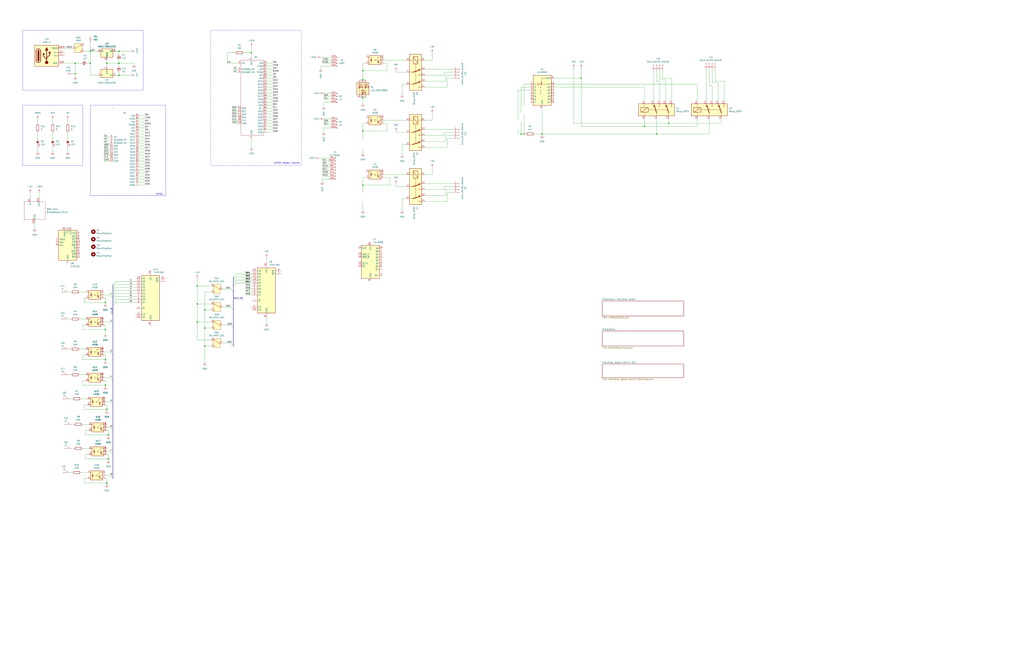
<source format=kicad_sch>
(kicad_sch (version 20231120) (generator "eeschema") (generator_version "8.0")
  (paper "D")
  (title_block (title "ESP32-WROOM-32D Automation Board") (date "2024-01-15") (comment 1 "Alexander Bobkov"))
  (junction (at 212.09 44.45))
  (junction (at 306.07 110.49))
  (junction (at 88.9 325.12))
  (junction (at 166.37 256.54))
  (junction (at 166.37 241.3))
  (junction (at 441.96 113.03))
  (junction (at 553.72 113.03))
  (junction (at 439.42 113.03))
  (junction (at 306.07 59.69))
  (junction (at 100.33 53.34))
  (junction (at 490.22 66.04))
  (junction (at 172.72 292.1))
  (junction (at 76.2 43.18))
  (junction (at 63.5 62.23))
  (junction (at 306.07 67.31))
  (junction (at 172.72 276.86))
  (junction (at 88.9 303.53))
  (junction (at 306.07 82.55))
  (junction (at 306.07 156.21))
  (junction (at 90.17 407.67))
  (junction (at 76.2 53.34))
  (junction (at 457.2 113.03))
  (junction (at 543.56 106.68))
  (junction (at 63.5 53.34))
  (junction (at 88.9 255.27))
  (junction (at 100.33 43.18))
  (junction (at 91.44 387.35))
  (junction (at 90.17 345.44))
  (junction (at 100.33 63.5))
  (junction (at 166.37 271.78))
  (junction (at 172.72 261.62))
  (junction (at 563.88 104.14))
  (junction (at 88.9 278.13))
  (junction (at 91.44 367.03))
  (junction (at 90.17 53.34))
  (bus_entry (at 194.31 274.32) (size 2.54 2.54))
  (bus_entry (at 92.71 401.32) (size 2.54 2.54))
  (bus_entry (at 95.25 250.19) (size 2.54 -2.54))
  (bus_entry (at 95.25 240.03) (size 2.54 -2.54))
  (bus_entry (at 92.71 318.77) (size 2.54 2.54))
  (bus_entry (at 92.71 339.09) (size 2.54 2.54))
  (bus_entry (at 194.31 289.56) (size 2.54 2.54))
  (bus_entry (at 95.25 252.73) (size 2.54 -2.54))
  (bus_entry (at 95.25 255.27) (size 2.54 -2.54))
  (bus_entry (at 92.71 271.78) (size 2.54 2.54))
  (bus_entry (at 95.25 245.11) (size 2.54 -2.54))
  (bus_entry (at 95.25 242.57) (size 2.54 -2.54))
  (bus_entry (at 95.25 257.81) (size 2.54 -2.54))
  (bus_entry (at 92.71 360.68) (size 2.54 2.54))
  (bus_entry (at 92.71 248.92) (size 2.54 2.54))
  (bus_entry (at 196.85 238.76) (size 2.54 -2.54))
  (bus_entry (at 196.85 241.3) (size 2.54 -2.54))
  (bus_entry (at 92.71 297.18) (size 2.54 2.54))
  (bus_entry (at 196.85 236.22) (size 2.54 -2.54))
  (bus_entry (at 92.71 381) (size 2.54 2.54))
  (bus_entry (at 194.31 259.08) (size 2.54 2.54))
  (bus_entry (at 196.85 233.68) (size 2.54 -2.54))
  (bus_entry (at 194.31 243.84) (size 2.54 2.54))
  (bus_entry (at 95.25 247.65) (size 2.54 -2.54))
  (wire (pts (xy 97.79 63.5) (xy 100.33 63.5)))
  (wire (pts (xy 100.33 45.72) (xy 100.33 43.18)))
  (wire (pts (xy 271.78 151.13) (xy 271.78 153.67)))
  (wire (pts (xy 57.15 124.46) (xy 57.15 128.27)))
  (wire (pts (xy 116.84 115.57) (xy 121.92 115.57)))
  (wire (pts (xy 561.34 67.31) (xy 561.34 85.09)))
  (wire (pts (xy 58.42 336.55) (xy 60.96 336.55)))
  (wire (pts (xy 73.66 53.34) (xy 76.2 53.34)))
  (wire (pts (xy 439.42 113.03) (xy 441.96 113.03)))
  (wire (pts (xy 87.63 135.89) (xy 92.71 135.89)))
  (wire (pts (xy 224.79 71.12) (xy 229.87 71.12)))
  (wire (pts (xy 63.5 53.34) (xy 63.5 62.23)))
  (wire (pts (xy 308.61 53.34) (xy 306.07 53.34)))
  (wire (pts (xy 116.84 153.67) (xy 121.92 153.67)))
  (wire (pts (xy 224.79 99.06) (xy 229.87 99.06)))
  (wire (pts (xy 199.39 236.22) (xy 212.09 236.22)))
  (wire (pts (xy 69.85 278.13) (xy 88.9 278.13)))
  (wire (pts (xy 306.07 110.49) (xy 306.07 118.11)))
  (wire (pts (xy 73.66 403.86) (xy 71.12 403.86)))
  (wire (pts (xy 87.63 248.92) (xy 92.71 248.92)))
  (wire (pts (xy 339.09 130.81) (xy 339.09 121.92)))
  (wire (pts (xy 212.09 116.84) (xy 212.09 124.46)))
  (bus (pts (xy 95.25 250.19) (xy 95.25 251.46)))
  (wire (pts (xy 100.33 53.34) (xy 100.33 55.88)))
  (wire (pts (xy 166.37 271.78) (xy 166.37 256.54)))
  (bus (pts (xy 196.85 246.38) (xy 196.85 261.62)))
  (wire (pts (xy 88.9 274.32) (xy 87.63 274.32)))
  (wire (pts (xy 76.2 43.18) (xy 76.2 53.34)))
  (wire (pts (xy 116.84 128.27) (xy 121.92 128.27)))
  (wire (pts (xy 116.84 97.79) (xy 121.92 97.79)))
  (wire (pts (xy 490.22 66.04) (xy 490.22 57.15)))
  (wire (pts (xy 166.37 256.54) (xy 166.37 241.3)))
  (wire (pts (xy 303.53 82.55) (xy 306.07 82.55)))
  (wire (pts (xy 364.49 50.8) (xy 364.49 44.45)))
  (wire (pts (xy 88.9 303.53) (xy 88.9 299.72)))
  (wire (pts (xy 172.72 306.07) (xy 172.72 292.1)))
  (wire (pts (xy 72.39 251.46) (xy 71.12 251.46)))
  (wire (pts (xy 610.87 68.58) (xy 610.87 85.09)))
  (wire (pts (xy 323.85 147.32) (xy 342.9 147.32)))
  (wire (pts (xy 90.17 408.94) (xy 90.17 407.67)))
  (wire (pts (xy 273.05 105.41) (xy 279.4 105.41)))
  (wire (pts (xy 54.61 40.64) (xy 60.96 40.64)))
  (wire (pts (xy 270.51 55.88) (xy 270.51 58.42)))
  (wire (pts (xy 76.2 53.34) (xy 76.2 63.5)))
  (wire (pts (xy 71.12 255.27) (xy 88.9 255.27)))
  (wire (pts (xy 271.78 50.8) (xy 279.4 50.8)))
  (wire (pts (xy 543.56 73.66) (xy 467.36 73.66)))
  (wire (pts (xy 67.31 246.38) (xy 72.39 246.38)))
  (wire (pts (xy 63.5 53.34) (xy 68.58 53.34)))
  (wire (pts (xy 59.69 378.46) (xy 62.23 378.46)))
  (wire (pts (xy 88.9 255.27) (xy 88.9 251.46)))
  (wire (pts (xy 199.39 233.68) (xy 212.09 233.68)))
  (wire (pts (xy 271.78 146.05) (xy 278.13 146.05)))
  (wire (pts (xy 375.92 68.58) (xy 358.14 68.58)))
  (wire (pts (xy 87.63 120.65) (xy 92.71 120.65)))
  (wire (pts (xy 87.63 125.73) (xy 92.71 125.73)))
  (wire (pts (xy 457.2 113.03) (xy 553.72 113.03)))
  (wire (pts (xy 334.01 154.94) (xy 334.01 157.48)))
  (bus (pts (xy 196.85 261.62) (xy 196.85 276.86)))
  (wire (pts (xy 187.96 289.56) (xy 194.31 289.56)))
  (wire (pts (xy 69.85 358.14) (xy 74.93 358.14)))
  (wire (pts (xy 224.79 81.28) (xy 229.87 81.28)))
  (wire (pts (xy 224.79 66.04) (xy 229.87 66.04)))
  (wire (pts (xy 271.78 138.43) (xy 278.13 138.43)))
  (wire (pts (xy 273.05 83.82) (xy 279.4 83.82)))
  (wire (pts (xy 90.17 53.34) (xy 100.33 53.34)))
  (wire (pts (xy 205.74 44.45) (xy 212.09 44.45)))
  (wire (pts (xy 72.39 274.32) (xy 69.85 274.32)))
  (wire (pts (xy 90.17 55.88) (xy 90.17 53.34)))
  (wire (pts (xy 377.19 170.18) (xy 358.14 170.18)))
  (wire (pts (xy 116.84 110.49) (xy 121.92 110.49)))
  (wire (pts (xy 334.01 111.76) (xy 334.01 110.49)))
  (wire (pts (xy 439.42 73.66) (xy 447.04 73.66)))
  (wire (pts (xy 87.63 130.81) (xy 92.71 130.81)))
  (bus (pts (xy 95.25 403.86) (xy 95.25 383.54)))
  (wire (pts (xy 88.9 256.54) (xy 88.9 255.27)))
  (wire (pts (xy 100.33 50.8) (xy 100.33 53.34)))
  (bus (pts (xy 95.25 255.27) (xy 95.25 257.81)))
  (wire (pts (xy 57.15 269.24) (xy 59.69 269.24)))
  (wire (pts (xy 74.93 383.54) (xy 72.39 383.54)))
  (wire (pts (xy 166.37 241.3) (xy 166.37 234.95)))
  (wire (pts (xy 196.85 58.42) (xy 200.66 58.42)))
  (wire (pts (xy 328.93 149.86) (xy 328.93 156.21)))
  (wire (pts (xy 556.26 67.31) (xy 561.34 67.31)))
  (wire (pts (xy 87.63 271.78) (xy 92.71 271.78)))
  (wire (pts (xy 374.65 160.02) (xy 358.14 160.02)))
  (wire (pts (xy 113.03 53.34) (xy 113.03 54.61)))
  (wire (pts (xy 74.93 363.22) (xy 72.39 363.22)))
  (wire (pts (xy 595.63 58.42) (xy 595.63 85.09)))
  (wire (pts (xy 224.79 109.22) (xy 229.87 109.22)))
  (wire (pts (xy 116.84 105.41) (xy 121.92 105.41)))
  (wire (pts (xy 377.19 66.04) (xy 377.19 73.66)))
  (wire (pts (xy 87.63 118.11) (xy 92.71 118.11)))
  (wire (pts (xy 364.49 101.6) (xy 364.49 95.25)))
  (wire (pts (xy 31.75 111.76) (xy 31.75 116.84)))
  (wire (pts (xy 543.56 100.33) (xy 543.56 106.68)))
  (wire (pts (xy 224.79 60.96) (xy 229.87 60.96)))
  (wire (pts (xy 116.84 123.19) (xy 121.92 123.19)))
  (wire (pts (xy 563.88 100.33) (xy 563.88 104.14)))
  (wire (pts (xy 271.78 135.89) (xy 278.13 135.89)))
  (wire (pts (xy 306.07 53.34) (xy 306.07 59.69)))
  (bus (pts (xy 95.25 363.22) (xy 95.25 341.63)))
  (wire (pts (xy 598.17 58.42) (xy 598.17 72.39)))
  (wire (pts (xy 382.27 162.56) (xy 377.19 162.56)))
  (wire (pts (xy 334.01 60.96) (xy 342.9 60.96)))
  (wire (pts (xy 191.77 44.45) (xy 191.77 53.34)))
  (wire (pts (xy 90.17 341.63) (xy 88.9 341.63)))
  (bus (pts (xy 95.25 274.32) (xy 95.25 299.72)))
  (wire (pts (xy 69.85 325.12) (xy 88.9 325.12)))
  (wire (pts (xy 116.84 107.95) (xy 121.92 107.95)))
  (wire (pts (xy 467.36 66.04) (xy 490.22 66.04)))
  (wire (pts (xy 195.58 99.06) (xy 200.66 99.06)))
  (wire (pts (xy 172.72 246.38) (xy 177.8 246.38)))
  (bus (pts (xy 196.85 276.86) (xy 196.85 292.1)))
  (wire (pts (xy 374.65 114.3) (xy 358.14 114.3)))
  (wire (pts (xy 87.63 133.35) (xy 92.71 133.35)))
  (wire (pts (xy 566.42 66.04) (xy 566.42 85.09)))
  (wire (pts (xy 375.92 165.1) (xy 358.14 165.1)))
  (wire (pts (xy 483.87 57.15) (xy 483.87 104.14)))
  (wire (pts (xy 97.79 240.03) (xy 114.3 240.03)))
  (wire (pts (xy 553.72 59.69) (xy 553.72 68.58)))
  (wire (pts (xy 279.4 107.95) (xy 273.05 107.95)))
  (wire (pts (xy 72.39 363.22) (xy 72.39 367.03)))
  (wire (pts (xy 342.9 157.48) (xy 334.01 157.48)))
  (wire (pts (xy 57.15 111.76) (xy 57.15 116.84)))
  (wire (pts (xy 224.79 88.9) (xy 229.87 88.9)))
  (wire (pts (xy 441.96 113.03) (xy 443.23 113.03)))
  (wire (pts (xy 97.79 255.27) (xy 114.3 255.27)))
  (wire (pts (xy 490.22 106.68) (xy 543.56 106.68)))
  (wire (pts (xy 323.85 53.34) (xy 326.39 53.34)))
  (wire (pts (xy 116.84 120.65) (xy 121.92 120.65)))
  (wire (pts (xy 436.88 113.03) (xy 439.42 113.03)))
  (wire (pts (xy 72.39 387.35) (xy 91.44 387.35)))
  (wire (pts (xy 224.79 93.98) (xy 229.87 93.98)))
  (wire (pts (xy 44.45 100.33) (xy 44.45 104.14)))
  (wire (pts (xy 457.2 113.03) (xy 457.2 114.3)))
  (wire (pts (xy 328.93 156.21) (xy 306.07 156.21)))
  (wire (pts (xy 88.9 339.09) (xy 92.71 339.09)))
  (wire (pts (xy 377.19 116.84) (xy 377.19 124.46)))
  (wire (pts (xy 177.8 256.54) (xy 166.37 256.54)))
  (wire (pts (xy 116.84 118.11) (xy 121.92 118.11)))
  (bus (pts (xy 95.25 383.54) (xy 95.25 363.22)))
  (wire (pts (xy 436.88 109.22) (xy 436.88 113.03)))
  (wire (pts (xy 67.31 316.23) (xy 72.39 316.23)))
  (wire (pts (xy 382.27 111.76) (xy 374.65 111.76)))
  (bus (pts (xy 196.85 241.3) (xy 196.85 246.38)))
  (wire (pts (xy 88.9 401.32) (xy 92.71 401.32)))
  (wire (pts (xy 73.66 341.63) (xy 71.12 341.63)))
  (wire (pts (xy 71.12 403.86) (xy 71.12 407.67)))
  (bus (pts (xy 95.25 321.31) (xy 95.25 299.72)))
  (wire (pts (xy 71.12 345.44) (xy 90.17 345.44)))
  (wire (pts (xy 326.39 104.14) (xy 326.39 110.49)))
  (wire (pts (xy 207.01 248.92) (xy 212.09 248.92)))
  (wire (pts (xy 57.15 316.23) (xy 59.69 316.23)))
  (wire (pts (xy 195.58 104.14) (xy 200.66 104.14)))
  (wire (pts (xy 558.8 66.04) (xy 566.42 66.04)))
  (wire (pts (xy 339.09 80.01) (xy 339.09 71.12)))
  (wire (pts (xy 323.85 50.8) (xy 342.9 50.8)))
  (wire (pts (xy 377.19 73.66) (xy 358.14 73.66)))
  (wire (pts (xy 90.17 360.68) (xy 92.71 360.68)))
  (wire (pts (xy 172.72 276.86) (xy 172.72 261.62)))
  (wire (pts (xy 88.9 278.13) (xy 88.9 281.94)))
  (wire (pts (xy 382.27 157.48) (xy 374.65 157.48)))
  (wire (pts (xy 91.44 387.35) (xy 91.44 383.54)))
  (wire (pts (xy 88.9 325.12) (xy 88.9 321.31)))
  (wire (pts (xy 323.85 149.86) (xy 328.93 149.86)))
  (wire (pts (xy 172.72 276.86) (xy 177.8 276.86)))
  (wire (pts (xy 224.79 83.82) (xy 229.87 83.82)))
  (wire (pts (xy 382.27 114.3) (xy 375.92 114.3)))
  (wire (pts (xy 224.79 106.68) (xy 229.87 106.68)))
  (wire (pts (xy 279.4 55.88) (xy 270.51 55.88)))
  (wire (pts (xy 25.4 162.56) (xy 25.4 167.64)))
  (wire (pts (xy 91.44 368.3) (xy 91.44 367.03)))
  (wire (pts (xy 97.79 237.49) (xy 114.3 237.49)))
  (wire (pts (xy 57.15 294.64) (xy 59.69 294.64)))
  (wire (pts (xy 76.2 43.18) (xy 82.55 43.18)))
  (wire (pts (xy 326.39 53.34) (xy 326.39 59.69)))
  (wire (pts (xy 196.85 60.96) (xy 200.66 60.96)))
  (wire (pts (xy 603.25 58.42) (xy 603.25 68.58)))
  (wire (pts (xy 44.45 111.76) (xy 44.45 116.84)))
  (wire (pts (xy 116.84 148.59) (xy 121.92 148.59)))
  (wire (pts (xy 29.21 187.96) (xy 29.21 193.04)))
  (wire (pts (xy 90.17 345.44) (xy 90.17 341.63)))
  (wire (pts (xy 306.07 129.54) (xy 306.07 125.73)))
  (wire (pts (xy 82.55 63.5) (xy 76.2 63.5)))
  (wire (pts (xy 269.24 133.35) (xy 278.13 133.35)))
  (wire (pts (xy 326.39 59.69) (xy 306.07 59.69)))
  (wire (pts (xy 375.92 119.38) (xy 358.14 119.38)))
  (wire (pts (xy 441.96 88.9) (xy 441.96 71.12)))
  (wire (pts (xy 195.58 101.6) (xy 200.66 101.6)))
  (wire (pts (xy 334.01 111.76) (xy 342.9 111.76)))
  (wire (pts (xy 600.71 58.42) (xy 600.71 69.85)))
  (wire (pts (xy 116.84 143.51) (xy 121.92 143.51)))
  (wire (pts (xy 224.79 76.2) (xy 229.87 76.2)))
  (bus (pts (xy 95.25 251.46) (xy 95.25 252.73)))
  (wire (pts (xy 224.79 73.66) (xy 229.87 73.66)))
  (wire (pts (xy 116.84 140.97) (xy 121.92 140.97)))
  (wire (pts (xy 71.12 251.46) (xy 71.12 255.27)))
  (wire (pts (xy 306.07 67.31) (xy 308.61 67.31)))
  (wire (pts (xy 224.79 104.14) (xy 229.87 104.14)))
  (wire (pts (xy 57.15 100.33) (xy 57.15 104.14)))
  (wire (pts (xy 603.25 68.58) (xy 610.87 68.58)))
  (wire (pts (xy 187.96 274.32) (xy 194.31 274.32)))
  (wire (pts (xy 374.65 60.96) (xy 374.65 63.5)))
  (wire (pts (xy 100.33 53.34) (xy 113.03 53.34)))
  (wire (pts (xy 116.84 138.43) (xy 121.92 138.43)))
  (wire (pts (xy 116.84 125.73) (xy 121.92 125.73)))
  (wire (pts (xy 172.72 292.1) (xy 172.72 276.86)))
  (wire (pts (xy 91.44 388.62) (xy 91.44 387.35)))
  (wire (pts (xy 271.78 148.59) (xy 278.13 148.59)))
  (wire (pts (xy 199.39 231.14) (xy 212.09 231.14)))
  (wire (pts (xy 374.65 111.76) (xy 374.65 114.3)))
  (wire (pts (xy 439.42 95.25) (xy 439.42 73.66)))
  (wire (pts (xy 306.07 104.14) (xy 306.07 110.49)))
  (wire (pts (xy 224.79 91.44) (xy 229.87 91.44)))
  (wire (pts (xy 88.9 304.8) (xy 88.9 303.53)))
  (wire (pts (xy 436.88 101.6) (xy 436.88 76.2)))
  (wire (pts (xy 172.72 261.62) (xy 177.8 261.62)))
  (wire (pts (xy 439.42 102.87) (xy 439.42 113.03)))
  (bus (pts (xy 95.25 245.11) (xy 95.25 247.65)))
  (wire (pts (xy 375.92 63.5) (xy 375.92 68.58)))
  (wire (pts (xy 543.56 85.09) (xy 543.56 73.66)))
  (wire (pts (xy 273.05 102.87) (xy 279.4 102.87)))
  (wire (pts (xy 60.96 62.23) (xy 63.5 62.23)))
  (wire (pts (xy 177.8 287.02) (xy 166.37 287.02)))
  (wire (pts (xy 191.77 53.34) (xy 200.66 53.34)))
  (wire (pts (xy 271.78 140.97) (xy 278.13 140.97)))
  (wire (pts (xy 382.27 109.22) (xy 358.14 109.22)))
  (wire (pts (xy 273.05 107.95) (xy 273.05 111.76)))
  (wire (pts (xy 306.07 149.86) (xy 306.07 156.21)))
  (wire (pts (xy 97.79 247.65) (xy 114.3 247.65)))
  (wire (pts (xy 224.79 78.74) (xy 229.87 78.74)))
  (wire (pts (xy 556.26 68.58) (xy 556.26 85.09)))
  (wire (pts (xy 543.56 106.68) (xy 588.01 106.68)))
  (wire (pts (xy 270.51 48.26) (xy 279.4 48.26)))
  (wire (pts (xy 364.49 140.97) (xy 364.49 147.32)))
  (wire (pts (xy 177.8 271.78) (xy 166.37 271.78)))
  (wire (pts (xy 271.78 151.13) (xy 278.13 151.13)))
  (wire (pts (xy 71.12 407.67) (xy 90.17 407.67)))
  (wire (pts (xy 116.84 146.05) (xy 121.92 146.05)))
  (wire (pts (xy 116.84 156.21) (xy 121.92 156.21)))
  (wire (pts (xy 588.01 100.33) (xy 588.01 106.68)))
  (wire (pts (xy 31.75 124.46) (xy 31.75 128.27)))
  (wire (pts (xy 224.79 55.88) (xy 229.87 55.88)))
  (wire (pts (xy 87.63 123.19) (xy 92.71 123.19)))
  (bus (pts (xy 95.25 247.65) (xy 95.25 250.19)))
  (bus (pts (xy 95.25 240.03) (xy 95.25 242.57)))
  (wire (pts (xy 306.07 156.21) (xy 306.07 162.56)))
  (wire (pts (xy 97.79 43.18) (xy 100.33 43.18)))
  (wire (pts (xy 273.05 81.28) (xy 279.4 81.28)))
  (bus (pts (xy 95.25 242.57) (xy 95.25 245.11)))
  (wire (pts (xy 191.77 44.45) (xy 198.12 44.45)))
  (wire (pts (xy 224.79 269.24) (xy 224.79 273.05)))
  (wire (pts (xy 339.09 71.12) (xy 342.9 71.12)))
  (wire (pts (xy 224.79 96.52) (xy 229.87 96.52)))
  (wire (pts (xy 212.09 39.37) (xy 212.09 44.45)))
  (wire (pts (xy 116.84 130.81) (xy 121.92 130.81)))
  (wire (pts (xy 72.39 383.54) (xy 72.39 387.35)))
  (wire (pts (xy 166.37 287.02) (xy 166.37 271.78)))
  (wire (pts (xy 97.79 242.57) (xy 114.3 242.57)))
  (wire (pts (xy 90.17 407.67) (xy 90.17 403.86)))
  (wire (pts (xy 441.96 96.52) (xy 441.96 113.03)))
  (bus (pts (xy 95.25 252.73) (xy 95.25 255.27)))
  (wire (pts (xy 59.69 358.14) (xy 62.23 358.14)))
  (wire (pts (xy 382.27 58.42) (xy 358.14 58.42)))
  (bus (pts (xy 196.85 236.22) (xy 196.85 238.76)))
  (wire (pts (xy 303.53 67.31) (xy 306.07 67.31)))
  (wire (pts (xy 224.79 111.76) (xy 229.87 111.76)))
  (wire (pts (xy 72.39 367.03) (xy 91.44 367.03)))
  (wire (pts (xy 88.9 299.72) (xy 87.63 299.72)))
  (wire (pts (xy 91.44 367.03) (xy 91.44 363.22)))
  (wire (pts (xy 358.14 101.6) (xy 364.49 101.6)))
  (wire (pts (xy 436.88 76.2) (xy 447.04 76.2)))
  (wire (pts (xy 67.31 269.24) (xy 72.39 269.24)))
  (wire (pts (xy 195.58 93.98) (xy 200.66 93.98)))
  (wire (pts (xy 100.33 63.5) (xy 110.49 63.5)))
  (wire (pts (xy 88.9 278.13) (xy 88.9 274.32)))
  (wire (pts (xy 72.39 321.31) (xy 69.85 321.31)))
  (wire (pts (xy 116.84 151.13) (xy 121.92 151.13)))
  (wire (pts (xy 97.79 245.11) (xy 114.3 245.11)))
  (wire (pts (xy 556.26 59.69) (xy 556.26 67.31)))
  (wire (pts (xy 90.17 381) (xy 92.71 381)))
  (wire (pts (xy 588.01 85.09) (xy 588.01 71.12)))
  (wire (pts (xy 172.72 292.1) (xy 177.8 292.1)))
  (wire (pts (xy 483.87 104.14) (xy 563.88 104.14)))
  (wire (pts (xy 116.84 102.87) (xy 121.92 102.87)))
  (wire (pts (xy 116.84 133.35) (xy 121.92 133.35)))
  (wire (pts (xy 57.15 246.38) (xy 59.69 246.38)))
  (wire (pts (xy 116.84 113.03) (xy 121.92 113.03)))
  (wire (pts (xy 588.01 71.12) (xy 467.36 71.12)))
  (wire (pts (xy 69.85 299.72) (xy 69.85 303.53)))
  (wire (pts (xy 87.63 318.77) (xy 92.71 318.77)))
  (wire (pts (xy 598.17 100.33) (xy 598.17 113.03)))
  (wire (pts (xy 273.05 86.36) (xy 273.05 90.17)))
  (wire (pts (xy 551.18 59.69) (xy 551.18 85.09)))
  (wire (pts (xy 608.33 104.14) (xy 608.33 100.33)))
  (wire (pts (xy 177.8 241.3) (xy 166.37 241.3)))
  (wire (pts (xy 271.78 143.51) (xy 278.13 143.51)))
  (wire (pts (xy 224.79 86.36) (xy 229.87 86.36)))
  (wire (pts (xy 441.96 71.12) (xy 447.04 71.12)))
  (wire (pts (xy 90.17 346.71) (xy 90.17 345.44)))
  (bus (pts (xy 95.25 341.63) (xy 95.25 321.31)))
  (wire (pts (xy 63.5 62.23) (xy 63.5 64.77)))
  (wire (pts (xy 91.44 363.22) (xy 90.17 363.22)))
  (wire (pts (xy 187.96 259.08) (xy 194.31 259.08)))
  (wire (pts (xy 339.09 177.8) (xy 339.09 167.64)))
  (wire (pts (xy 375.92 160.02) (xy 375.92 165.1)))
  (wire (pts (xy 605.79 69.85) (xy 605.79 85.09)))
  (wire (pts (xy 450.85 113.03) (xy 457.2 113.03)))
  (wire (pts (xy 97.79 252.73) (xy 114.3 252.73)))
  (wire (pts (xy 54.61 53.34) (xy 63.5 53.34)))
  (wire (pts (xy 88.9 321.31) (xy 87.63 321.31)))
  (wire (pts (xy 90.17 403.86) (xy 88.9 403.86)))
  (wire (pts (xy 374.65 63.5) (xy 358.14 63.5)))
  (wire (pts (xy 271.78 53.34) (xy 279.4 53.34)))
  (wire (pts (xy 308.61 104.14) (xy 306.07 104.14)))
  (wire (pts (xy 377.19 124.46) (xy 358.14 124.46)))
  (wire (pts (xy 87.63 128.27) (xy 92.71 128.27)))
  (wire (pts (xy 100.33 60.96) (xy 100.33 63.5)))
  (wire (pts (xy 100.33 43.18) (xy 110.49 43.18)))
  (wire (pts (xy 382.27 116.84) (xy 377.19 116.84)))
  (wire (pts (xy 224.79 68.58) (xy 229.87 68.58)))
  (wire (pts (xy 116.84 135.89) (xy 121.92 135.89)))
  (wire (pts (xy 279.4 86.36) (xy 273.05 86.36)))
  (wire (pts (xy 172.72 261.62) (xy 172.72 246.38)))
  (wire (pts (xy 195.58 96.52) (xy 200.66 96.52)))
  (wire (pts (xy 31.75 100.33) (xy 31.75 104.14)))
  (wire (pts (xy 71.12 341.63) (xy 71.12 345.44)))
  (wire (pts (xy 76.2 35.56) (xy 76.2 43.18)))
  (wire (pts (xy 339.09 167.64) (xy 342.9 167.64)))
  (wire (pts (xy 558.8 59.69) (xy 558.8 66.04)))
  (bus (pts (xy 95.25 257.81) (xy 95.25 274.32)))
  (wire (pts (xy 68.58 398.78) (xy 73.66 398.78)))
  (wire (pts (xy 88.9 251.46) (xy 87.63 251.46)))
  (wire (pts (xy 224.79 101.6) (xy 229.87 101.6)))
  (wire (pts (xy 382.27 160.02) (xy 375.92 160.02)))
  (wire (pts (xy 334.01 60.96) (xy 334.01 59.69)))
  (wire (pts (xy 72.39 299.72) (xy 69.85 299.72)))
  (wire (pts (xy 308.61 149.86) (xy 306.07 149.86)))
  (wire (pts (xy 207.01 243.84) (xy 212.09 243.84)))
  (wire (pts (xy 326.39 110.49) (xy 306.07 110.49)))
  (wire (pts (xy 212.09 44.45) (xy 212.09 48.26)))
  (wire (pts (xy 382.27 66.04) (xy 377.19 66.04)))
  (wire (pts (xy 90.17 50.8) (xy 90.17 53.34)))
  (wire (pts (xy 553.72 113.03) (xy 598.17 113.03)))
  (wire (pts (xy 207.01 241.3) (xy 212.09 241.3)))
  (wire (pts (xy 224.79 58.42) (xy 229.87 58.42)))
  (wire (pts (xy 68.58 336.55) (xy 73.66 336.55)))
  (wire (pts (xy 306.07 82.55) (xy 306.07 87.63)))
  (wire (pts (xy 358.14 50.8) (xy 364.49 50.8)))
  (wire (pts (xy 87.63 297.18) (xy 92.71 297.18)))
  (wire (pts (xy 273.05 100.33) (xy 279.4 100.33)))
  (wire (pts (xy 97.79 250.19) (xy 114.3 250.19)))
  (wire (pts (xy 91.44 383.54) (xy 90.17 383.54)))
  (wire (pts (xy 69.85 321.31) (xy 69.85 325.12)))
  (wire (pts (xy 382.27 63.5) (xy 375.92 63.5)))
  (wire (pts (xy 339.09 121.92) (xy 342.9 121.92)))
  (wire (pts (xy 375.92 114.3) (xy 375.92 119.38)))
  (wire (pts (xy 187.96 243.84) (xy 194.31 243.84)))
  (wire (pts (xy 306.07 59.69) (xy 306.07 67.31)))
  (wire (pts (xy 457.2 91.44) (xy 457.2 113.03)))
  (wire (pts (xy 87.63 115.57) (xy 92.71 115.57)))
  (wire (pts (xy 306.07 170.18) (xy 306.07 177.8)))
  (wire (pts (xy 374.65 157.48) (xy 374.65 160.02)))
  (wire (pts (xy 224.79 53.34) (xy 229.87 53.34)))
  (wire (pts (xy 553.72 68.58) (xy 556.26 68.58)))
  (wire (pts (xy 553.72 100.33) (xy 553.72 113.03)))
  (wire (pts (xy 323.85 104.14) (xy 326.39 104.14)))
  (wire (pts (xy 377.19 162.56) (xy 377.19 170.18)))
  (wire (pts (xy 67.31 294.64) (xy 72.39 294.64)))
  (wire (pts (xy 600.71 69.85) (xy 605.79 69.85)))
  (wire (pts (xy 88.9 326.39) (xy 88.9 325.12)))
  (wire (pts (xy 382.27 60.96) (xy 374.65 60.96)))
  (wire (pts (xy 116.84 100.33) (xy 121.92 100.33)))
  (wire (pts (xy 382.27 154.94) (xy 358.14 154.94)))
  (wire (pts (xy 563.88 104.14) (xy 608.33 104.14)))
  (wire (pts (xy 323.85 101.6) (xy 342.9 101.6)))
  (wire (pts (xy 71.12 43.18) (xy 76.2 43.18)))
  (wire (pts (xy 58.42 398.78) (xy 60.96 398.78)))
  (wire (pts (xy 598.17 72.39) (xy 600.71 72.39)))
  (wire (pts (xy 195.58 91.44) (xy 200.66 91.44)))
  (wire (pts (xy 306.07 82.55) (xy 308.61 82.55)))
  (wire (pts (xy 44.45 124.46) (xy 44.45 128.27)))
  (wire (pts (xy 69.85 378.46) (xy 74.93 378.46)))
  (wire (pts (xy 224.79 217.17) (xy 224.79 220.98)))
  (wire (pts (xy 69.85 274.32) (xy 69.85 278.13)))
  (wire (pts (xy 224.79 63.5) (xy 229.87 63.5)))
  (wire (pts (xy 33.02 162.56) (xy 33.02 167.64)))
  (wire (pts (xy 207.01 246.38) (xy 212.09 246.38)))
  (wire (pts (xy 199.39 238.76) (xy 212.09 238.76)))
  (wire (pts (xy 69.85 303.53) (xy 88.9 303.53)))
  (bus (pts (xy 196.85 238.76) (xy 196.85 241.3)))
  (wire (pts (xy 358.14 147.32) (xy 364.49 147.32)))
  (wire (pts (xy 273.05 78.74) (xy 279.4 78.74)))
  (bus (pts (xy 196.85 233.68) (xy 196.85 236.22)))
  (wire (pts (xy 490.22 66.04) (xy 490.22 106.68)))
  (wire (pts (xy 600.71 72.39) (xy 600.71 85.09)))
  (rectangle (start 177.8 25.4) (end 254 139.7) (stroke (width 0.127) (type dash)))
  (rectangle (start 19.05 88.9) (end 69.85 139.7))
  (rectangle (start 19.05 25.4) (end 120.65 76.2))
  (rectangle (start 76.2 88.9) (end 139.7 165.1))
  (text "GPIOs" (at 134.366 163.83 0) (effects (font (size 1.27 1.27))))
  (text "ESP32-Wroom-Socket" (at 241.808 137.668 0) (effects (font (size 1.27 1.27))))
  (label "VN" (at 87.63 120.65 0))
  (label "IO15" (at 121.92 120.65 0))
  (label "SW1" (at 190.5 243.84 0))
  (label "I2" (at 109.22 240.03 0))
  (label "IO4" (at 121.92 107.95 0))
  (label "IO27" (at 229.87 101.6 0))
  (label "I8" (at 109.22 255.27 0))
  (label "SW8" (at 207.01 248.92 0))
  (label "SW4" (at 207.01 238.76 0))
  (label "IO22" (at 121.92 135.89 0))
  (label "IO16" (at 271.78 140.97 0))
  (label "I5" (at 92.71 339.09 0))
  (label "SW2" (at 207.01 233.68 0))
  (label "IO16" (at 121.92 123.19 0))
  (label "IO12" (at 229.87 68.58 0))
  (label "I7" (at 109.22 252.73 0))
  (label "I1" (at 92.71 248.92 0))
  (label "IO14" (at 229.87 73.66 0))
  (label "IO25" (at 229.87 96.52 0))
  (label "SW5" (at 207.01 241.3 0))
  (label "I1" (at 109.22 237.49 0))
  (label "IO13" (at 229.87 71.12 0))
  (label "IO33" (at 229.87 106.68 0))
  (label "IO2" (at 121.92 102.87 0))
  (label "SW[1..8]" (at 196.85 252.73 0))
  (label "SD3" (at 87.63 130.81 0))
  (label "I6" (at 92.71 360.68 0))
  (label "IO23" (at 271.78 148.59 0))
  (label "IO26" (at 229.87 99.06 0))
  (label "IO2" (at 229.87 58.42 0))
  (label "VDC" (at 76.2 43.18 0))
  (label "IO35" (at 229.87 111.76 0))
  (label "IO15" (at 229.87 76.2 0))
  (label "CLK" (at 195.58 101.6 0))
  (label "IO18" (at 271.78 146.05 0))
  (label "IO5" (at 121.92 110.49 0))
  (label "I2" (at 92.71 271.78 0))
  (label "I3" (at 109.22 242.57 0))
  (label "SW4" (at 191.77 289.56 0))
  (label "IO19" (at 121.92 130.81 0))
  (label "SCL" (at 229.87 91.44 0))
  (label "I4" (at 92.71 318.77 0))
  (label "IO17" (at 271.78 143.51 0))
  (label "SD0" (at 87.63 123.19 0))
  (label "IO23" (at 229.87 93.98 0))
  (label "I7" (at 92.71 381 0))
  (label "IO35" (at 121.92 156.21 0))
  (label "IO18" (at 229.87 83.82 0))
  (label "SW2" (at 207.01 233.68 0))
  (label "I5" (at 109.22 247.65 0))
  (label "IO0" (at 121.92 97.79 0))
  (label "RXD0" (at 121.92 105.41 0))
  (label "IO21" (at 121.92 133.35 0))
  (label "TXD0" (at 229.87 55.88 0))
  (label "IO26" (at 121.92 143.51 0))
  (label "SW3" (at 207.01 236.22 0))
  (label "IO5" (at 271.78 138.43 0))
  (label "IO17" (at 229.87 81.28 0))
  (label "SW1" (at 207.01 231.14 0))
  (label "SD1" (at 195.58 93.98 0))
  (label "IO33" (at 121.92 151.13 0))
  (label "IO13" (at 121.92 115.57 0))
  (label "VP" (at 87.63 118.11 0))
  (label "I3" (at 92.71 297.18 0))
  (label "SW3" (at 207.01 236.22 0))
  (label "RXD0" (at 229.87 60.96 0))
  (label "IO12" (at 121.92 113.03 0))
  (label "SW2" (at 190.5 259.08 0))
  (label "IO4" (at 271.78 135.89 0))
  (label "VN" (at 196.85 60.96 0))
  (label "IO17" (at 121.92 125.73 0))
  (label "IO32" (at 229.87 104.14 0))
  (label "I6" (at 109.22 250.19 0))
  (label "SW6" (at 207.01 243.84 0))
  (label "IO14" (at 121.92 118.11 0))
  (label "SDA" (at 273.05 102.87 0))
  (label "SD0" (at 195.58 91.44 0))
  (label "SDA" (at 229.87 88.9 0))
  (label "SD1" (at 87.63 125.73 0))
  (label "IO27" (at 121.92 146.05 0))
  (label "EN" (at 191.77 53.34 0))
  (label "TXD0" (at 271.78 50.8 0))
  (label "SDA" (at 273.05 81.28 0))
  (label "IO16" (at 229.87 78.74 0))
  (label "IO5" (at 229.87 66.04 0))
  (label "IO4" (at 229.87 63.5 0))
  (label "SD2" (at 195.58 96.52 0))
  (label "SW4" (at 207.01 238.76 0))
  (label "CLK" (at 87.63 133.35 0))
  (label "SW1" (at 207.01 231.14 0))
  (label "EN" (at 87.63 115.57 0))
  (label "IO34" (at 121.92 153.67 0))
  (label "IO34" (at 229.87 109.22 0))
  (label "RXD0" (at 271.78 53.34 0))
  (label "VP" (at 196.85 58.42 0))
  (label "IO18" (at 121.92 128.27 0))
  (label "CMD" (at 87.63 135.89 0))
  (label "SCL" (at 273.05 83.82 0))
  (label "SD2" (at 87.63 128.27 0))
  (label "IO32" (at 121.92 148.59 0))
  (label "IO23" (at 121.92 138.43 0))
  (label "VBUS" (at 55.88 40.64 0))
  (label "SW3" (at 191.77 274.32 0))
  (label "SD3" (at 195.58 99.06 0))
  (label "IO0" (at 229.87 53.34 0))
  (label "I8" (at 92.71 401.32 0))
  (label "SCL" (at 273.05 105.41 0))
  (label "I[1..8]" (at 95.25 259.08 270))
  (label "IO25" (at 121.92 140.97 0))
  (label "TXD0" (at 121.92 100.33 0))
  (label "CMD" (at 195.58 104.14 0))
  (label "I4" (at 109.22 245.11 0))
  (label "IO19" (at 229.87 86.36 0))
  (label "SW7" (at 207.01 246.38 0))
  (symbol (lib_id "Connector:Conn_01x01_Socket") (at 52.07 294.64 180) (unit 1)
    (property "Reference" "J16" (at 52.705 289.56 0))
    (property "Value" "I3" (at 52.705 292.1 0))
    (property "Description" "Generic connector, single row, 01x01, script generated" (effects (hide yes)))
  )
  (symbol (lib_id "Connector:Conn_01x04_Socket") (at 387.35 111.76 0) (unit 1)
    (property "Reference" "J12" (at 392.43 113.03 90))
    (property "Value" "Conn_01x04_Socket" (at 389.89 113.03 90))
    (property "Footprint" "Connector_PinHeader_2.54mm:PinHeader_1x04_P2.54mm_Vertical" (effects (hide yes)))
  )
  (symbol (lib_id "Switch:SW_SPDT_321") (at 182.88 243.84 0) (mirror y) (unit 1)
    (property "Reference" "SW1" (at 182.88 234.95 0))
    (property "Value" "SW_SPDT_321" (at 182.88 237.49 0))
    (property "Description" "Switch, single pole double throw" (effects (hide yes)))
  )
  (symbol (lib_id "power:GND") (at 306.07 177.8 0) (unit 1)
    (property "Reference" "#PWR021" (effects (hide yes)))
    (property "Value" "GND" (at 306.07 182.88 0))
  )
  (symbol (lib_id "Mechanical:MountingHole") (at 78.74 195.58 0) (unit 1)
    (property "Reference" "H1" (at 81.28 194.31 0) (effects (justify left)))
    (property "Value" "MountingHole" (at 81.28 196.85 0) (effects (justify left)))
    (property "Footprint" "MountingHole:MountingHole_3mm_Pad_TopBottom" (effects (hide yes)))
  )
  (symbol (lib_id "Alexander_Library_Symbols:USB-C") (at 39.37 55.88 0) (unit 1)
    (property "Reference" "J22" (at 39.37 33.02 0))
    (property "Value" "USB-C" (at 39.37 35.56 0))
    (property "Footprint" "Alexander Footprint Library:USB-C" (effects (hide yes)))
    (property "Description" "USB Type-C Receptacle connector" (effects (hide yes)))
  )
  (symbol (lib_name "GND_5") (lib_id "power:GND") (at 57.15 128.27 0) (unit 1)
    (property "Reference" "#PWR046" (effects (hide yes)))
    (property "Value" "GND" (at 57.15 133.35 0))
    (property "Description" "Power symbol creates a global label with name \"GND\" , ground" (effects (hide yes)))
  )
  (symbol (lib_id "Device:C_Polarized_Small") (at 71.12 53.34 270) (unit 1)
    (property "Reference" "C3" (at 71.6661 46.99 90))
    (property "Value" "1uF" (at 71.6661 49.53 90))
    (property "Footprint" "Capacitor_THT:CP_Radial_D4.0mm_P2.00mm" (effects (hide yes)))
  )
  (symbol (lib_id "Isolator:4N35") (at 80.01 248.92 0) (unit 1)
    (property "Reference" "U10" (at 80.01 240.03 0))
    (property "Value" "4N35" (at 80.01 242.57 0))
    (property "Footprint" "Package_DIP:DIP-6_W7.62mm" (effects (hide yes)))
    (property "Datasheet" "https://www.vishay.com/docs/81181/4n35.pdf" (effects (hide yes)))
  )
  (symbol (lib_id "power:GND") (at 339.09 130.81 0) (unit 1)
    (property "Reference" "#PWR025" (effects (hide yes)))
    (property "Value" "GND" (at 339.09 135.89 0))
  )
  (symbol (lib_id "power:GND") (at 63.5 64.77 0) (unit 1)
    (property "Reference" "#PWR03" (effects (hide yes)))
    (property "Value" "GND" (at 63.5 69.85 0))
  )
  (symbol (lib_id "Isolator:4N35") (at 82.55 360.68 0) (unit 1)
    (property "Reference" "U16" (at 82.55 351.79 0))
    (property "Value" "4N35" (at 82.55 354.33 0))
    (property "Footprint" "Package_DIP:DIP-6_W7.62mm" (effects (hide yes)))
    (property "Datasheet" "https://www.vishay.com/docs/81181/4n35.pdf" (effects (hide yes)))
  )
  (symbol (lib_id "power:GND") (at 339.09 80.01 0) (unit 1)
    (property "Reference" "#PWR031" (effects (hide yes)))
    (property "Value" "GND" (at 339.09 85.09 0))
  )
  (symbol (lib_name "GND_2") (lib_id "power:GND") (at 88.9 281.94 0) (unit 1)
    (property "Reference" "#PWR036" (effects (hide yes)))
    (property "Value" "GND" (at 88.9 287.02 0))
    (property "Description" "Power symbol creates a global label with name \"GND\" , ground" (effects (hide yes)))
  )
  (symbol (lib_id "Interface_USB:CH343G") (at 57.15 207.01 0) (unit 1)
    (property "Reference" "U8" (at 59.3441 222.25 0) (effects (justify left)))
    (property "Value" "CH343G" (at 59.3441 224.79 0) (effects (justify left)))
    (property "Footprint" "Package_SO:SOIC-16_3.9x9.9mm_P1.27mm" (effects (hide yes)))
    (property "Datasheet" "https://datasheet.lcsc.com/lcsc/2204111415_WCH-Jiangsu-Qin-Heng-CH343G_C2844153.pdf" (effects (hide yes)))
    (property "Description" "USB serial converter, UART, SOIC-16" (effects (hide yes)))
  )
  (symbol (lib_id "Relay:Relay_DPDT") (at 350.52 60.96 270) (unit 1)
    (property "Reference" "K5" (at 351.79 77.47 0) (effects (justify left)))
    (property "Value" "Relay_DPDT" (at 349.25 77.47 0) (effects (justify left)))
    (property "Footprint" "Relay_THT:Relay_DPDT_Finder_30.22" (effects (hide yes)))
  )
  (symbol (lib_name "Conn_UART_1") (lib_id "Alexander_Library_Symbols:Conn_UART") (at 284.48 48.26 0) (mirror y) (unit 1)
    (property "Reference" "J6" (at 288.29 50.8 0))
    (property "Value" "UART" (at 288.29 53.34 0))
    (property "Footprint" "Alexander Footprints Library:Conn_UART" (effects (hide yes)))
  )
  (symbol (lib_id "Isolator:4N35") (at 316.23 101.6 0) (unit 1)
    (property "Reference" "U5" (at 316.23 92.71 0))
    (property "Value" "4N35" (at 316.23 95.25 0))
    (property "Footprint" "Package_DIP:DIP-6_W7.62mm" (effects (hide yes)))
    (property "Datasheet" "https://www.vishay.com/docs/81181/4n35.pdf" (effects (hide yes)))
  )
  (symbol (lib_id "Relay:Relay_DPDT") (at 598.17 92.71 0) (unit 1)
    (property "Reference" "K3" (at 614.68 91.44 0) (effects (justify left)))
    (property "Value" "Relay_DPDT" (at 614.68 93.98 0) (effects (justify left)))
    (property "Footprint" "Relay_THT:Relay_DPDT_Finder_30.22" (effects (hide yes)))
  )
  (symbol (lib_id "power:+3V3") (at 273.05 78.74 90) (unit 1)
    (property "Reference" "#PWR09" (effects (hide yes)))
    (property "Value" "+3V3" (at 269.24 78.74 90) (effects (justify left)))
  )
  (symbol (lib_id "Device:R") (at 44.45 107.95 0) (unit 1)
    (property "Reference" "R12" (at 46.99 106.6799 0) (effects (justify left)))
    (property "Value" "R" (at 46.99 109.2199 0) (effects (justify left)))
    (property "Footprint" "Capacitor_SMD:C_1812_4532Metric" (effects (hide yes)))
    (property "Description" "Resistor" (effects (hide yes)))
  )
  (symbol (lib_id "Isolator:4N35") (at 81.28 401.32 0) (unit 1)
    (property "Reference" "U18" (at 81.28 392.43 0))
    (property "Value" "4N35" (at 81.28 394.97 0))
    (property "Footprint" "Package_DIP:DIP-6_W7.62mm" (effects (hide yes)))
    (property "Datasheet" "https://www.vishay.com/docs/81181/4n35.pdf" (effects (hide yes)))
  )
  (symbol (lib_id "power:+3V3") (at 110.49 43.18 270) (unit 1)
    (property "Reference" "#PWR04" (effects (hide yes)))
    (property "Value" "+3V3" (at 115.57 43.18 0))
  )
  (symbol (lib_id "power:GND") (at 271.78 153.67 0) (unit 1)
    (property "Reference" "#PWR012" (effects (hide yes)))
    (property "Value" "GND" (at 271.78 157.48 90) (effects (justify right)))
  )
  (symbol (lib_id "74xx:74LS595") (at 312.42 219.71 0) (unit 1)
    (property "Reference" "U7" (at 314.6141 201.93 0) (effects (justify left)))
    (property "Value" "74LS595" (at 314.6141 204.47 0) (effects (justify left)))
    (property "Footprint" "Package_DIP:CERDIP-16_W7.62mm_SideBrazed" (effects (hide yes)))
    (property "Datasheet" "http://www.ti.com/lit/gpn/sn74ls595" (effects (hide yes)))
    (property "Description" "8-bit serial in/out Shift Register 3-State Outputs" (effects (hide yes)))
  )
  (symbol (lib_id "Device:R") (at 201.93 44.45 270) (unit 1)
    (property "Reference" "R1" (at 201.93 38.1 90))
    (property "Value" "10K" (at 201.93 40.64 90))
    (property "Footprint" "Alexander Footprints Library:STA_RMCF1206_STP-L" (effects (hide yes)))
  )
  (symbol (lib_id "power:VDC") (at 334.01 59.69 0) (unit 1)
    (property "Reference" "#PWR030" (effects (hide yes)))
    (property "Value" "VDC" (at 334.01 54.61 0))
  )
  (symbol (lib_id "power:+3V3") (at 270.51 48.26 90) (unit 1)
    (property "Reference" "#PWR017" (effects (hide yes)))
    (property "Value" "+3V3" (at 266.7 48.26 90) (effects (justify left)))
  )
  (symbol (lib_id "power:VDC") (at 334.01 154.94 0) (unit 1)
    (property "Reference" "#PWR028" (effects (hide yes)))
    (property "Value" "VDC" (at 334.01 149.86 0))
  )
  (symbol (lib_name "Conn_ePaper_01x08_1") (lib_id "Alexander_Library_Symbols:Conn_ePaper_01x08") (at 283.21 140.97 0) (mirror y) (unit 1)
    (property "Reference" "J4" (at 282.575 128.27 0))
    (property "Value" "e-Paper" (at 282.575 130.81 0))
    (property "Footprint" "Alexander Footprints Library:Conn_ePaper" (effects (hide yes)))
  )
  (symbol (lib_id "Device:R") (at 57.15 107.95 0) (unit 1)
    (property "Reference" "R13" (at 59.69 106.6799 0) (effects (justify left)))
    (property "Value" "R" (at 59.69 109.2199 0) (effects (justify left)))
    (property "Footprint" "Capacitor_SMD:C_1812_4532Metric" (effects (hide yes)))
    (property "Description" "Resistor" (effects (hide yes)))
  )
  (symbol (lib_id "Connector:Conn_01x01_Socket") (at 53.34 336.55 180) (unit 1)
    (property "Reference" "J18" (at 53.975 331.47 0))
    (property "Value" "I3" (at 53.975 334.01 0))
    (property "Description" "Generic connector, single row, 01x01, script generated" (effects (hide yes)))
  )
  (symbol (lib_name "GND_2") (lib_id "power:GND") (at 91.44 388.62 0) (unit 1)
    (property "Reference" "#PWR043" (effects (hide yes)))
    (property "Value" "GND" (at 91.44 393.7 0))
    (property "Description" "Power symbol creates a global label with name \"GND\" , ground" (effects (hide yes)))
  )
  (symbol (lib_name "GND_3") (lib_id "power:GND") (at 172.72 306.07 0) (unit 1)
    (property "Reference" "#PWR038" (effects (hide yes)))
    (property "Value" "GND" (at 172.72 311.15 0))
    (property "Description" "Power symbol creates a global label with name \"GND\" , ground" (effects (hide yes)))
  )
  (symbol (lib_name "GND_2") (lib_id "power:GND") (at 88.9 304.8 0) (unit 1)
    (property "Reference" "#PWR037" (effects (hide yes)))
    (property "Value" "GND" (at 88.9 309.88 0))
    (property "Description" "Power symbol creates a global label with name \"GND\" , ground" (effects (hide yes)))
  )
  (symbol (lib_name "GND_1") (lib_id "power:GND") (at 224.79 273.05 0) (unit 1)
    (property "Reference" "#PWR034" (effects (hide yes)))
    (property "Value" "GND" (at 224.79 278.13 0))
    (property "Description" "Power symbol creates a global label with name \"GND\" , ground" (effects (hide yes)))
  )
  (symbol (lib_id "power:GND") (at 270.51 58.42 0) (unit 1)
    (property "Reference" "#PWR015" (effects (hide yes)))
    (property "Value" "GND" (at 270.51 62.23 90) (effects (justify right)))
  )
  (symbol (lib_name "GND_5") (lib_id "power:GND") (at 44.45 128.27 0) (unit 1)
    (property "Reference" "#PWR052" (effects (hide yes)))
    (property "Value" "GND" (at 44.45 133.35 0))
    (property "Description" "Power symbol creates a global label with name \"GND\" , ground" (effects (hide yes)))
  )
  (symbol (lib_id "power:GND") (at 306.07 129.54 0) (unit 1)
    (property "Reference" "#PWR027" (effects (hide yes)))
    (property "Value" "GND" (at 306.07 134.62 0))
  )
  (symbol (lib_id "Device:C_Polarized_Small") (at 100.33 48.26 0) (unit 1)
    (property "Reference" "C1" (at 102.87 46.4439 0) (effects (justify left)))
    (property "Value" "1uF" (at 102.87 48.9839 0) (effects (justify left)))
    (property "Footprint" "Capacitor_THT:CP_Radial_D4.0mm_P2.00mm" (effects (hide yes)))
  )
  (symbol (lib_id "power:+3V3") (at 212.09 39.37 0) (unit 1)
    (property "Reference" "#PWR01" (effects (hide yes)))
    (property "Value" "+3V3" (at 212.09 34.29 0))
  )
  (symbol (lib_id "Device:R") (at 63.5 294.64 270) (unit 1)
    (property "Reference" "R5" (at 63.5 288.29 90))
    (property "Value" "10K" (at 63.5 290.83 90))
    (property "Description" "Resistor" (effects (hide yes)))
  )
  (symbol (lib_name "VDC_2") (lib_id "power:VDC") (at 44.45 100.33 0) (unit 1)
    (property "Reference" "#PWR051" (effects (hide yes)))
    (property "Value" "3V3" (at 44.45 95.25 0))
    (property "Description" "Power symbol creates a global label with name \"VDC\"" (effects (hide yes)))
  )
  (symbol (lib_id "power:VDC") (at 483.87 57.15 0) (unit 1)
    (property "Reference" "#PWR019" (effects (hide yes)))
    (property "Value" "VDC" (at 483.87 52.07 0))
  )
  (symbol (lib_id "74xx:74HC165") (at 127 250.19 0) (unit 1)
    (property "Reference" "U13" (at 129.1941 227.33 0) (effects (justify left)))
    (property "Value" "74HC165" (at 129.1941 229.87 0) (effects (justify left)))
    (property "Footprint" "Package_DIP:CERDIP-16_W7.62mm_SideBrazed" (effects (hide yes)))
    (property "Datasheet" "https://assets.nexperia.com/documents/data-sheet/74HC_HCT165.pdf" (effects (hide yes)))
    (property "Description" "Shift Register, 8-bit, Parallel Load" (effects (hide yes)))
  )
  (symbol (lib_id "Relay:Relay_DPDT") (at 350.52 111.76 270) (unit 1)
    (property "Reference" "K4" (at 351.79 128.27 0) (effects (justify left)))
    (property "Value" "Relay_DPDT" (at 349.25 128.27 0) (effects (justify left)))
    (property "Footprint" "Relay_THT:Relay_DPDT_Finder_30.22" (effects (hide yes)))
  )
  (symbol (lib_name "GND_5") (lib_id "power:GND") (at 31.75 128.27 0) (unit 1)
    (property "Reference" "#PWR050" (effects (hide yes)))
    (property "Value" "GND" (at 31.75 133.35 0))
    (property "Description" "Power symbol creates a global label with name \"GND\" , ground" (effects (hide yes)))
  )
  (symbol (lib_id "power:GND") (at 306.07 87.63 0) (unit 1)
    (property "Reference" "#PWR029" (effects (hide yes)))
    (property "Value" "GND" (at 306.07 92.71 0))
  )
  (symbol (lib_name "+5V_2") (lib_id "power:+5V") (at 166.37 234.95 0) (unit 1)
    (property "Reference" "#PWR039" (effects (hide yes)))
    (property "Value" "+5V" (at 166.37 229.87 0))
    (property "Description" "Power symbol creates a global label with name \"+5V\"" (effects (hide yes)))
  )
  (symbol (lib_id "Connector:Conn_01x04_Socket") (at 598.17 53.34 90) (unit 1)
    (property "Reference" "J11" (at 599.44 48.26 90))
    (property "Value" "Conn_01x04_Socket" (at 599.44 50.8 90))
    (property "Footprint" "Connector_PinHeader_2.54mm:PinHeader_1x04_P2.54mm_Vertical" (effects (hide yes)))
  )
  (symbol (lib_id "power:GND") (at 273.05 111.76 0) (unit 1)
    (property "Reference" "#PWR014" (effects (hide yes)))
    (property "Value" "GND" (at 273.05 115.57 90) (effects (justify right)))
  )
  (symbol (lib_id "Connector:TestPoint") (at 76.2 35.56 0) (unit 1)
    (property "Reference" "TP1" (at 78.74 30.9879 0) (effects (justify left)))
    (property "Value" "VDC" (at 78.74 33.5279 0) (effects (justify left)))
    (property "Footprint" "TestPoint:TestPoint_Pad_D1.0mm" (effects (hide yes)))
  )
  (symbol (lib_id "power:GND") (at 113.03 54.61 0) (unit 1)
    (property "Reference" "#PWR018" (effects (hide yes)))
    (property "Value" "GND" (at 113.03 59.69 0))
  )
  (symbol (lib_id "Switch:SW_SPDT_321") (at 182.88 274.32 0) (mirror y) (unit 1)
    (property "Reference" "SW3" (at 182.88 265.43 0))
    (property "Value" "SW_SPDT_321" (at 182.88 267.97 0))
    (property "Description" "Switch, single pole double throw" (effects (hide yes)))
  )
  (symbol (lib_id "Connector:BreadBoard_15x12") (at 48.26 162.56 0) (unit 1)
    (property "Reference" "BRD_15x1" (at 39.37 176.53 0) (effects (justify left)))
    (property "Value" "BreadBoard_15x12" (at 39.37 179.07 0) (effects (justify left)))
    (property "Footprint" "Alexander Footprints Library:BreadBoard_15x12" (effects (hide yes)))
  )
  (symbol (lib_id "Connector:TestPoint") (at 60.96 62.23 90) (unit 1)
    (property "Reference" "TP2" (at 57.658 57.15 90))
    (property "Value" "GND" (at 57.658 59.69 90))
    (property "Footprint" "TestPoint:TestPoint_Pad_D1.0mm" (effects (hide yes)))
  )
  (symbol (lib_id "Isolator:4N35") (at 80.01 297.18 0) (unit 1)
    (property "Reference" "U12" (at 80.01 288.29 0))
    (property "Value" "4N35" (at 80.01 290.83 0))
    (property "Footprint" "Package_DIP:DIP-6_W7.62mm" (effects (hide yes)))
    (property "Datasheet" "https://www.vishay.com/docs/81181/4n35.pdf" (effects (hide yes)))
  )
  (symbol (lib_id "Isolator:4N35") (at 316.23 50.8 0) (unit 1)
    (property "Reference" "U6" (at 316.23 41.91 0))
    (property "Value" "4N35" (at 316.23 44.45 0))
    (property "Footprint" "Package_DIP:DIP-6_W7.62mm" (effects (hide yes)))
    (property "Datasheet" "https://www.vishay.com/docs/81181/4n35.pdf" (effects (hide yes)))
  )
  (symbol (lib_id "Device:R") (at 31.75 107.95 0) (unit 1)
    (property "Reference" "R11" (at 34.29 106.6799 0) (effects (justify left)))
    (property "Value" "R" (at 34.29 109.2199 0) (effects (justify left)))
    (property "Footprint" "Capacitor_SMD:C_1812_4532Metric" (effects (hide yes)))
    (property "Description" "Resistor" (effects (hide yes)))
  )
  (symbol (lib_id "power:+5V") (at 25.4 162.56 0) (unit 1)
    (property "Reference" "#PWR08" (effects (hide yes)))
    (property "Value" "+5V" (at 25.4 157.48 0))
  )
  (symbol (lib_id "power:GND") (at 273.05 90.17 0) (unit 1)
    (property "Reference" "#PWR010" (effects (hide yes)))
    (property "Value" "GND" (at 273.05 93.98 90) (effects (justify right)))
  )
  (symbol (lib_id "power:GND") (at 339.09 177.8 0) (unit 1)
    (property "Reference" "#PWR024" (effects (hide yes)))
    (property "Value" "GND" (at 339.09 182.88 0))
  )
  (symbol (lib_id "power:GND") (at 212.09 124.46 0) (unit 1)
    (property "Reference" "#PWR02" (effects (hide yes)))
    (property "Value" "GND" (at 212.09 129.54 0))
  )
  (symbol (lib_id "Connector:Conn_01x01_Socket") (at 52.07 269.24 180) (unit 1)
    (property "Reference" "J15" (at 52.705 264.16 0))
    (property "Value" "I2" (at 52.705 266.7 0))
    (property "Description" "Generic connector, single row, 01x01, script generated" (effects (hide yes)))
  )
  (symbol (lib_id "power:+3V3") (at 273.05 100.33 90) (unit 1)
    (property "Reference" "#PWR013" (effects (hide yes)))
    (property "Value" "+3V3" (at 269.24 100.33 90) (effects (justify left)))
  )
  (symbol (lib_name "GND_2") (lib_id "power:GND") (at 88.9 256.54 0) (unit 1)
    (property "Reference" "#PWR035" (effects (hide yes)))
    (property "Value" "GND" (at 88.9 261.62 0))
    (property "Description" "Power symbol creates a global label with name \"GND\" , ground" (effects (hide yes)))
  )
  (symbol (lib_id "Device:R") (at 64.77 336.55 270) (unit 1)
    (property "Reference" "R7" (at 64.77 330.2 90))
    (property "Value" "10K" (at 64.77 332.74 90))
    (property "Description" "Resistor" (effects (hide yes)))
  )
  (symbol (lib_id "Isolator:4N35") (at 316.23 147.32 0) (unit 1)
    (property "Reference" "U4" (at 316.23 138.43 0))
    (property "Value" "4N35" (at 316.23 140.97 0))
    (property "Footprint" "Package_DIP:DIP-6_W7.62mm" (effects (hide yes)))
    (property "Datasheet" "https://www.vishay.com/docs/81181/4n35.pdf" (effects (hide yes)))
  )
  (symbol (lib_id "PCM_SL_Devices:LED") (at 57.15 120.65 270) (unit 1)
    (property "Reference" "D4" (at 59.69 119.3799 90) (effects (justify left)))
    (property "Value" "LED" (at 59.69 121.9199 90) (effects (justify left)))
    (property "Footprint" "LED_THT:LED_D5.0mm" (effects (hide yes)))
    (property "Description" "Common 5mm diameter LED" (effects (hide yes)))
  )
  (symbol (lib_id "Regulator_Linear:LM78M05_TO220") (at 90.17 43.18 0) (unit 1)
    (property "Reference" "U3" (at 90.17 36.83 0))
    (property "Value" "MAX1726EUK33" (at 90.17 39.37 0))
    (property "Footprint" "Package_TO_SOT_SMD:SOT-223-3_TabPin2" (effects (hide yes)))
    (property "Datasheet" "https://www.onsemi.com/pub/Collateral/MC78M00-D.PDF" (effects (hide yes)))
  )
  (symbol (lib_id "Connector:Conn_01x04_Socket") (at 387.35 157.48 0) (unit 1)
    (property "Reference" "J9" (at 392.43 158.75 90))
    (property "Value" "Conn_01x04_Socket" (at 389.89 158.75 90))
    (property "Footprint" "Connector_PinHeader_2.54mm:PinHeader_1x04_P2.54mm_Vertical" (effects (hide yes)))
  )
  (symbol (lib_id "Mechanical:MountingHole") (at 78.74 201.93 0) (unit 1)
    (property "Reference" "H2" (at 81.28 200.66 0) (effects (justify left)))
    (property "Value" "MountingHole" (at 81.28 203.2 0) (effects (justify left)))
    (property "Footprint" "MountingHole:MountingHole_3mm_Pad_TopBottom" (effects (hide yes)))
  )
  (symbol (lib_id "Device:R") (at 66.04 358.14 270) (unit 1)
    (property "Reference" "R8" (at 66.04 351.79 90))
    (property "Value" "10K" (at 66.04 354.33 90))
    (property "Description" "Resistor" (effects (hide yes)))
  )
  (symbol (lib_id "Connector:Conn_01x01_Socket") (at 53.34 398.78 180) (unit 1)
    (property "Reference" "J21" (at 53.975 393.7 0))
    (property "Value" "I3" (at 53.975 396.24 0))
    (property "Description" "Generic connector, single row, 01x01, script generated" (effects (hide yes)))
  )
  (symbol (lib_id "PCM_SL_Devices:LED") (at 44.45 120.65 270) (unit 1)
    (property "Reference" "D3" (at 46.99 119.3799 90) (effects (justify left)))
    (property "Value" "LED" (at 46.99 121.9199 90) (effects (justify left)))
    (property "Footprint" "LED_THT:LED_D5.0mm" (effects (hide yes)))
    (property "Description" "Common 5mm diameter LED" (effects (hide yes)))
  )
  (symbol (lib_id "Isolator:4N35") (at 82.55 381 0) (unit 1)
    (property "Reference" "U17" (at 82.55 372.11 0))
    (property "Value" "4N35" (at 82.55 374.65 0))
    (property "Footprint" "Package_DIP:DIP-6_W7.62mm" (effects (hide yes)))
    (property "Datasheet" "https://www.vishay.com/docs/81181/4n35.pdf" (effects (hide yes)))
  )
  (symbol (lib_name "+5V_1") (lib_id "power:+5V") (at 224.79 217.17 0) (unit 1)
    (property "Reference" "#PWR033" (effects (hide yes)))
    (property "Value" "+5V" (at 224.79 212.09 0))
    (property "Description" "Power symbol creates a global label with name \"+5V\"" (effects (hide yes)))
  )
  (symbol (lib_id "Device:R") (at 64.77 398.78 270) (unit 1)
    (property "Reference" "R10" (at 64.77 392.43 90))
    (property "Value" "10K" (at 64.77 394.97 90))
    (property "Description" "Resistor" (effects (hide yes)))
  )
  (symbol (lib_id "Alexander_Library_Symbols:ESP32-WROOM-32D-SOCKET") (at 203.2 46.99 0) (unit 1)
    (property "Reference" "J8" (at 214.2841 48.26 0) (effects (justify left)))
    (property "Value" "~" (at 203.2 46.99 0))
    (property "Footprint" "Alexander Footprints Library:ESP32-WROOM-Adapter-Socket" (effects (hide yes)))
  )
  (symbol (lib_id "power:+5V") (at 490.22 57.15 0) (unit 1)
    (property "Reference" "#PWR020" (effects (hide yes)))
    (property "Value" "+5V" (at 490.22 52.07 0))
  )
  (symbol (lib_id "Relay:Relay_DPDT") (at 350.52 157.48 270) (unit 1)
    (property "Reference" "K1" (at 351.79 173.99 0) (effects (justify left)))
    (property "Value" "Relay_DPDT" (at 349.25 173.99 0) (effects (justify left)))
    (property "Footprint" "Relay_THT:Relay_DPDT_Finder_30.22" (effects (hide yes)))
  )
  (symbol (lib_id "74xx:74HC165") (at 224.79 243.84 0) (unit 1)
    (property "Reference" "U9" (at 226.9841 220.98 0) (effects (justify left)))
    (property "Value" "74HC165" (at 226.9841 223.52 0) (effects (justify left)))
    (property "Footprint" "Package_DIP:CERDIP-16_W7.62mm_SideBrazed" (effects (hide yes)))
    (property "Datasheet" "https://assets.nexperia.com/documents/data-sheet/74HC_HCT165.pdf" (effects (hide yes)))
    (property "Description" "Shift Register, 8-bit, Parallel Load" (effects (hide yes)))
  )
  (symbol (lib_id "Mechanical:MountingHole") (at 78.74 208.28 0) (unit 1)
    (property "Reference" "H3" (at 81.28 207.01 0) (effects (justify left)))
    (property "Value" "MountingHole" (at 81.28 209.55 0) (effects (justify left)))
    (property "Footprint" "MountingHole:MountingHole_3mm_Pad_TopBottom" (effects (hide yes)))
  )
  (symbol (lib_id "Connector:Conn_01x04_Socket") (at 387.35 60.96 0) (unit 1)
    (property "Reference" "J13" (at 392.43 62.23 90))
    (property "Value" "Conn_01x04_Socket" (at 389.89 62.23 90))
    (property "Footprint" "Connector_PinHeader_2.54mm:PinHeader_1x04_P2.54mm_Vertical" (effects (hide yes)))
  )
  (symbol (lib_name "GND_2") (lib_id "power:GND") (at 91.44 368.3 0) (unit 1)
    (property "Reference" "#PWR042" (effects (hide yes)))
    (property "Value" "GND" (at 91.44 373.38 0))
    (property "Description" "Power symbol creates a global label with name \"GND\" , ground" (effects (hide yes)))
  )
  (symbol (lib_id "Connector:Conn_01x01_Socket") (at 52.07 246.38 180) (unit 1)
    (property "Reference" "J14" (at 52.705 241.3 0))
    (property "Value" "I1" (at 52.705 243.84 0))
    (property "Description" "Generic connector, single row, 01x01, script generated" (effects (hide yes)))
  )
  (symbol (lib_id "power:+5V") (at 364.49 140.97 0) (unit 1)
    (property "Reference" "#PWR026" (effects (hide yes)))
    (property "Value" "+5V" (at 364.49 135.89 0))
  )
  (symbol (lib_id "power:+5V") (at 364.49 95.25 0) (unit 1)
    (property "Reference" "#PWR022" (effects (hide yes)))
    (property "Value" "+5V" (at 364.49 90.17 0))
  )
  (symbol (lib_id "Isolator:4N35") (at 80.01 271.78 0) (unit 1)
    (property "Reference" "U11" (at 80.01 262.89 0))
    (property "Value" "4N35" (at 80.01 265.43 0))
    (property "Footprint" "Package_DIP:DIP-6_W7.62mm" (effects (hide yes)))
    (property "Datasheet" "https://www.vishay.com/docs/81181/4n35.pdf" (effects (hide yes)))
  )
  (symbol (lib_name "VDC_2") (lib_id "power:VDC") (at 57.15 100.33 0) (unit 1)
    (property "Reference" "#PWR045" (effects (hide yes)))
    (property "Value" "5V" (at 57.15 95.25 0))
    (property "Description" "Power symbol creates a global label with name \"VDC\"" (effects (hide yes)))
  )
  (symbol (lib_id "Switch:SW_SPDT_321") (at 66.04 40.64 0) (unit 1)
    (property "Reference" "SW5" (at 66.04 31.75 0))
    (property "Value" "PWR" (at 66.04 34.29 0))
    (property "Footprint" "Connector_PinHeader_2.54mm:PinHeader_1x02_P2.54mm_Vertical" (effects (hide yes)))
    (property "Description" "Switch, single pole double throw" (effects (hide yes)))
  )
  (symbol (lib_id "power:+5V") (at 110.49 63.5 270) (unit 1)
    (property "Reference" "#PWR05" (effects (hide yes)))
    (property "Value" "+5V" (at 115.57 63.5 0))
  )
  (symbol (lib_id "power:VDC") (at 334.01 110.49 0) (unit 1)
    (property "Reference" "#PWR023" (effects (hide yes)))
    (property "Value" "VDC" (at 334.01 105.41 0))
  )
  (symbol (lib_id "Mechanical:MountingHole") (at 78.74 214.63 0) (unit 1)
    (property "Reference" "H4" (at 81.28 213.36 0) (effects (justify left)))
    (property "Value" "MountingHole" (at 81.28 215.9 0) (effects (justify left)))
    (property "Footprint" "MountingHole:MountingHole_3mm_Pad_TopBottom" (effects (hide yes)))
  )
  (symbol (lib_name "GND_2") (lib_id "power:GND") (at 90.17 346.71 0) (unit 1)
    (property "Reference" "#PWR041" (effects (hide yes)))
    (property "Value" "GND" (at 90.17 351.79 0))
    (property "Description" "Power symbol creates a global label with name \"GND\" , ground" (effects (hide yes)))
  )
  (symbol (lib_id "power:GND") (at 29.21 193.04 0) (unit 1)
    (property "Reference" "#PWR06" (effects (hide yes)))
    (property "Value" "GND" (at 29.21 198.12 0))
  )
  (symbol (lib_id "Isolator:4N35") (at 81.28 339.09 0) (unit 1)
    (property "Reference" "U15" (at 81.28 330.2 0))
    (property "Value" "4N35" (at 81.28 332.74 0))
    (property "Footprint" "Package_DIP:DIP-6_W7.62mm" (effects (hide yes)))
    (property "Datasheet" "https://www.vishay.com/docs/81181/4n35.pdf" (effects (hide yes)))
  )
  (symbol (lib_id "power:GND") (at 457.2 114.3 0) (unit 1)
    (property "Reference" "#PWR016" (effects (hide yes)))
    (property "Value" "GND" (at 457.2 119.38 0))
  )
  (symbol (lib_id "Alexander_Library_Symbols:LED_SMD_5050") (at 306.07 74.93 270) (unit 1)
    (property "Reference" "D1" (at 312.42 73.6599 90) (effects (justify left)))
    (property "Value" "LED_SMD_5050" (at 312.42 76.1999 90) (effects (justify left)))
    (property "Footprint" "LED_SMD:LED_5050-6" (effects (hide yes)))
    (property "Description" "Cree PLCC6 3 in 1 SMD LED, PLCC-6" (effects (hide yes)))
  )
  (symbol (lib_id "Device:R") (at 63.5 316.23 270) (unit 1)
    (property "Reference" "R6" (at 63.5 309.88 90))
    (property "Value" "10K" (at 63.5 312.42 90))
    (property "Description" "Resistor" (effects (hide yes)))
  )
  (symbol (lib_id "power:+3V3") (at 33.02 162.56 0) (unit 1)
    (property "Reference" "#PWR07" (effects (hide yes)))
    (property "Value" "+3V3" (at 33.02 157.48 0))
  )
  (symbol (lib_id "Device:R") (at 447.04 113.03 270) (unit 1)
    (property "Reference" "R2" (at 447.04 106.68 90))
    (property "Value" "4k7" (at 447.04 109.22 90))
    (property "Footprint" "Resistor_SMD:R_1812_4532Metric" (effects (hide yes)))
  )
  (symbol (lib_id "power:+3V3") (at 269.24 133.35 90) (unit 1)
    (property "Reference" "#PWR011" (effects (hide yes)))
    (property "Value" "+3V3" (at 265.43 133.35 90) (effects (justify left)))
  )
  (symbol (lib_id "Alexander_Library_Symbols:ESP32-WROOM-32D") (at 95.25 91.44 0) (unit 1)
    (property "Reference" "J5" (at 104.775 95.25 0))
    (property "Value" "~" (at 95.25 91.44 0))
    (property "Footprint" "Alexander Footprint Library:ESP32-WROOM-32D-Interface_2" (effects (hide yes)))
  )
  (symbol (lib_id "Device:R") (at 63.5 246.38 270) (unit 1)
    (property "Reference" "R3" (at 63.5 240.03 90))
    (property "Value" "10K" (at 63.5 242.57 90))
    (property "Description" "Resistor" (effects (hide yes)))
  )
  (symbol (lib_name "GND_2") (lib_id "power:GND") (at 90.17 408.94 0) (unit 1)
    (property "Reference" "#PWR044" (effects (hide yes)))
    (property "Value" "GND" (at 90.17 414.02 0))
    (property "Description" "Power symbol creates a global label with name \"GND\" , ground" (effects (hide yes)))
  )
  (symbol (lib_id "Switch:SW_SPDT_321") (at 182.88 259.08 0) (mirror y) (unit 1)
    (property "Reference" "SW2" (at 182.88 250.19 0))
    (property "Value" "SW_SPDT_321" (at 182.88 252.73 0))
    (property "Description" "Switch, single pole double throw" (effects (hide yes)))
  )
  (symbol (lib_id "power:+5V") (at 364.49 44.45 0) (unit 1)
    (property "Reference" "#PWR032" (effects (hide yes)))
    (property "Value" "+5V" (at 364.49 39.37 0))
  )
  (symbol (lib_id "Regulator_Linear:LM78M05_TO220") (at 90.17 63.5 0) (mirror x) (unit 1)
    (property "Reference" "U2" (at 90.17 67.31 0))
    (property "Value" "MAX1726EUK50" (at 90.17 69.85 0))
    (property "Footprint" "Package_TO_SOT_SMD:SOT-223-3_TabPin2" (effects (hide yes)))
    (property "Datasheet" "https://www.onsemi.com/pub/Collateral/MC78M00-D.PDF" (effects (hide yes)))
  )
  (symbol (lib_id "Relay:Relay_DPDT") (at 553.72 92.71 0) (unit 1)
    (property "Reference" "K2" (at 570.23 91.44 0) (effects (justify left)))
    (property "Value" "Relay_DPDT" (at 570.23 93.98 0) (effects (justify left)))
    (property "Footprint" "Relay_THT:Relay_DPDT_Finder_30.22" (effects (hide yes)))
  )
  (symbol (lib_id "Isolator:4N35") (at 80.01 318.77 0) (unit 1)
    (property "Reference" "U14" (at 80.01 309.88 0))
    (property "Value" "4N35" (at 80.01 312.42 0))
    (property "Footprint" "Package_DIP:DIP-6_W7.62mm" (effects (hide yes)))
    (property "Datasheet" "https://www.vishay.com/docs/81181/4n35.pdf" (effects (hide yes)))
  )
  (symbol (lib_id "Device:R") (at 66.04 378.46 270) (unit 1)
    (property "Reference" "R9" (at 66.04 372.11 90))
    (property "Value" "10K" (at 66.04 374.65 90))
    (property "Description" "Resistor" (effects (hide yes)))
  )
  (symbol (lib_id "Alexander_Library_Symbols:Conn_I2C_01x04") (at 284.48 102.87 0) (mirror y) (unit 1)
    (property "Reference" "J2" (at 287.02 105.41 0))
    (property "Value" "I2C" (at 287.02 102.87 0))
    (property "Footprint" "Alexander Footprints Library:Conn_I2C_3" (effects (hide yes)))
  )
  (symbol (lib_id "Device:C_Polarized_Small") (at 100.33 58.42 0) (mirror x) (unit 1)
    (property "Reference" "C2" (at 102.87 60.2361 0) (effects (justify left)))
    (property "Value" "1uF" (at 102.87 57.6961 0) (effects (justify left)))
    (property "Footprint" "Capacitor_THT:CP_Radial_D4.0mm_P2.00mm" (effects (hide yes)))
  )
  (symbol (lib_id "Device:R") (at 63.5 269.24 270) (unit 1)
    (property "Reference" "R4" (at 63.5 262.89 90))
    (property "Value" "10K" (at 63.5 265.43 90))
    (property "Description" "Resistor" (effects (hide yes)))
  )
  (symbol (lib_id "Alexander_Library_Symbols:Conn_I2C_01x04") (at 284.48 81.28 0) (mirror y) (unit 1)
    (property "Reference" "J3" (at 287.02 83.82 0))
    (property "Value" "I2C" (at 287.02 81.28 0))
    (property "Footprint" "Alexander Footprints Library:Conn_I2C_3" (effects (hide yes)))
  )
  (symbol (lib_id "Transistor_Array:ULN2003") (at 457.2 76.2 0) (unit 1)
    (property "Reference" "U1" (at 457.2 58.42 0))
    (property "Value" "ULN2003" (at 457.2 60.96 0))
    (property "Footprint" "Package_DIP:DIP-16_W7.62mm" (effects (hide yes)))
    (property "Datasheet" "http://www.ti.com/lit/ds/symlink/uln2003a.pdf" (effects (hide yes)))
  )
  (symbol (lib_id "Connector:Conn_01x01_Socket") (at 52.07 316.23 180) (unit 1)
    (property "Reference" "J17" (at 52.705 311.15 0))
    (property "Value" "I3" (at 52.705 313.69 0))
    (property "Description" "Generic connector, single row, 01x01, script generated" (effects (hide yes)))
  )
  (symbol (lib_id "Connector:Conn_01x04_Socket") (at 553.72 54.61 90) (unit 1)
    (property "Reference" "J10" (at 554.99 49.53 90))
    (property "Value" "Conn_01x04_Socket" (at 554.99 52.07 90))
    (property "Footprint" "Connector_PinHeader_2.54mm:PinHeader_1x04_P2.54mm_Vertical" (effects (hide yes)))
  )
  (symbol (lib_id "Connector:Conn_01x01_Socket") (at 54.61 358.14 180) (unit 1)
    (property "Reference" "J19" (at 55.245 353.06 0))
    (property "Value" "I3" (at 55.245 355.6 0))
    (property "Description" "Generic connector, single row, 01x01, script generated" (effects (hide yes)))
  )
  (symbol (lib_id "Connector:Conn_01x01_Socket") (at 54.61 378.46 180) (unit 1)
    (property "Reference" "J20" (at 55.245 373.38 0))
    (property "Value" "I3" (at 55.245 375.92 0))
    (property "Description" "Generic connector, single row, 01x01, script generated" (effects (hide yes)))
  )
  (symbol (lib_name "GND_2") (lib_id "power:GND") (at 88.9 326.39 0) (unit 1)
    (property "Reference" "#PWR040" (effects (hide yes)))
    (property "Value" "GND" (at 88.9 331.47 0))
    (property "Description" "Power symbol creates a global label with name \"GND\" , ground" (effects (hide yes)))
  )
  (symbol (lib_id "PCM_SL_Devices:LED") (at 31.75 120.65 270) (unit 1)
    (property "Reference" "D2" (at 34.29 119.3799 90) (effects (justify left)))
    (property "Value" "LED" (at 34.29 121.9199 90) (effects (justify left)))
    (property "Footprint" "LED_THT:LED_D5.0mm" (effects (hide yes)))
    (property "Description" "Common 5mm diameter LED" (effects (hide yes)))
  )
  (symbol (lib_id "Switch:SW_SPDT_321") (at 182.88 289.56 0) (mirror y) (unit 1)
    (property "Reference" "SW4" (at 182.88 280.67 0))
    (property "Value" "SW_SPDT_321" (at 182.88 283.21 0))
    (property "Description" "Switch, single pole double throw" (effects (hide yes)))
  )
  (symbol (lib_id "power:VBUS") (at 31.75 100.33 0) (unit 1)
    (property "Reference" "#PWR049" (effects (hide yes)))
    (property "Value" "VBUS" (at 31.75 95.25 0))
    (property "Description" "Power symbol creates a global label with name \"VBUS\"" (effects (hide yes)))
  )
  (sheet (at 508 279.4) (size 68.58 12.7) (stroke (width 0.1524))
    (property "Sheetname" "Dimensions" (at 508 278.6884 0) (effects (justify left bottom)))
    (property "Sheetfile" "dimensions.kicad_sch" (at 508 292.6846 0) (effects (justify left top)))
  )
  (sheet (at 508 254) (size 68.58 12.7) (stroke (width 0.1524))
    (property "Sheetname" "mounting-board" (at 508 253.2884 0) (show_name yes) (effects (justify left bottom)))
    (property "Sheetfile" "untitled.kicad_sch" (at 508 267.2846 0) (effects (justify left top)))
  )
  (sheet (at 508 307.34) (size 68.58 11.43) (stroke (width 0.1524))
    (property "Sheetname" "mounting-board-devkit-32U" (at 508 306.6284 0) (effects (justify left bottom)))
    (property "Sheetfile" "mounting-board-devkit-32U.kicad_sch" (at 508 319.3546 0) (effects (justify left top)))
  )
)
</source>
